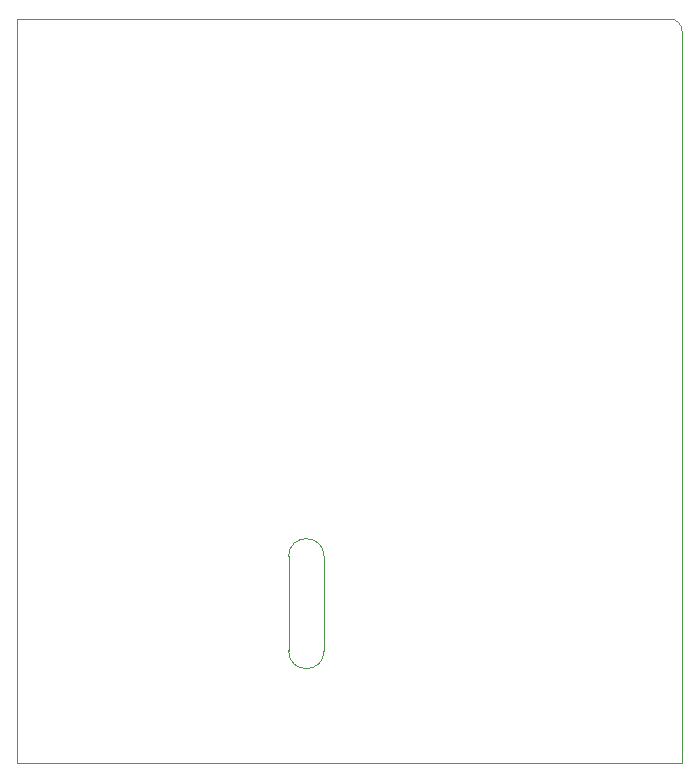
<source format=gbr>
%TF.GenerationSoftware,KiCad,Pcbnew,(5.1.10)-1*%
%TF.CreationDate,2021-11-23T09:49:32-07:00*%
%TF.ProjectId,SolarGPS,536f6c61-7247-4505-932e-6b696361645f,rev?*%
%TF.SameCoordinates,Original*%
%TF.FileFunction,Profile,NP*%
%FSLAX46Y46*%
G04 Gerber Fmt 4.6, Leading zero omitted, Abs format (unit mm)*
G04 Created by KiCad (PCBNEW (5.1.10)-1) date 2021-11-23 09:49:32*
%MOMM*%
%LPD*%
G01*
G04 APERTURE LIST*
%TA.AperFunction,Profile*%
%ADD10C,0.050000*%
%TD*%
G04 APERTURE END LIST*
D10*
X105300000Y-50000000D02*
G75*
G02*
X106300000Y-51000000I0J-1000000D01*
G01*
X50000000Y-50000000D02*
X105300000Y-50000000D01*
X106300000Y-113000000D02*
X50000000Y-113000000D01*
X106300000Y-51000000D02*
X106300000Y-113000000D01*
X50000000Y-50000000D02*
X50000000Y-113000000D01*
X73000000Y-95500000D02*
G75*
G02*
X76000000Y-95500000I1500000J0D01*
G01*
X76000000Y-103500000D02*
G75*
G02*
X73000000Y-103500000I-1500000J0D01*
G01*
X73000000Y-103500000D02*
X73000000Y-95500000D01*
X76000000Y-103500000D02*
X76000000Y-95500000D01*
M02*

</source>
